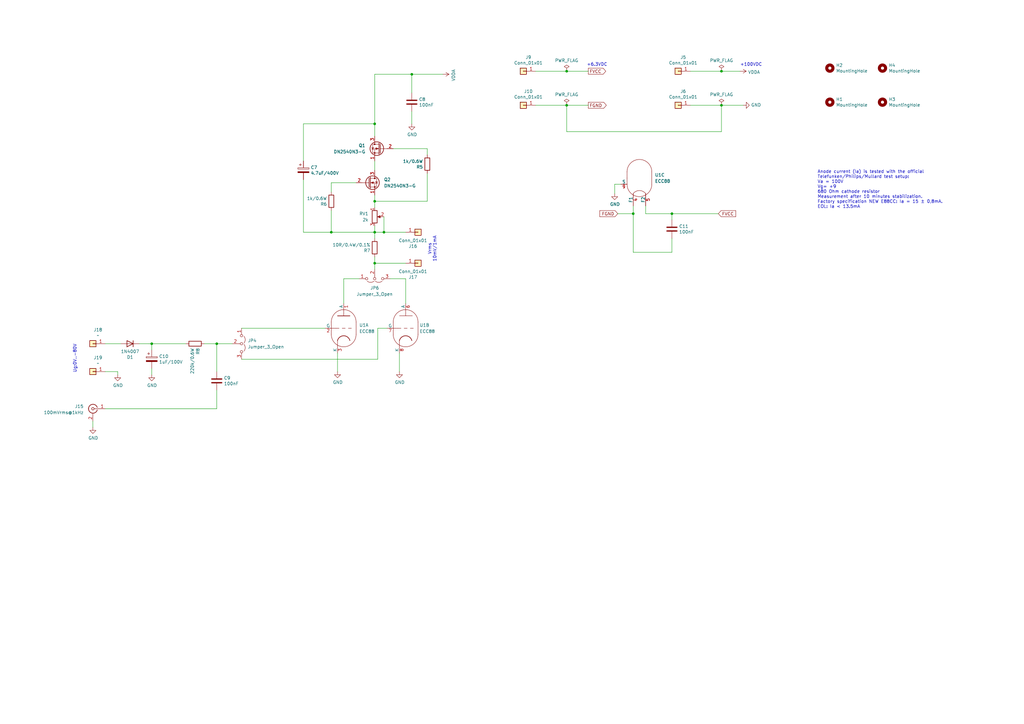
<source format=kicad_sch>
(kicad_sch (version 20231120) (generator "eeschema") (generator_version "8.0")
  (paper "A3")
  (title_block (title "GM Test Setup ECC88/E88CC") (date "2024-08-07") (rev "V1"))
  (lib_symbols
    (symbol "Connector:Conn_Coaxial" (pin_names (offset 1.016) hide)
      (property "Reference" "J" (at 0.254 3.048 0))
      (property "Value" "Conn_Coaxial" (at 2.921 0 90))
      (symbol "Conn_Coaxial_0_1"
        (arc (start -1.778 -0.508) (mid 0.2311 -1.8066) (end 1.778 0) (stroke (width 0.254)))
        (polyline (pts (xy -2.54 0) (xy -0.508 0)))
        (polyline (pts (xy 0 -2.54) (xy 0 -1.778)))
        (circle (center 0 0) (radius 0.508) (stroke (width 0.2032)))
        (arc (start 1.778 0) (mid 0.2099 1.8101) (end -1.778 0.508) (stroke (width 0.254)))
      )
      (symbol "Conn_Coaxial_1_1"
        (pin passive line (at -5.08 0 0) (length 2.54) (name "In") (number "1"))
        (pin passive line (at 0 -5.08 90) (length 2.54) (name "Ext") (number "2"))
      )
    )
    (symbol "Connector_Generic:Conn_01x01" (pin_names (offset 1.016) hide)
      (property "Reference" "J" (at 0 2.54 0))
      (property "Value" "Conn_01x01" (at 0 -2.54 0))
      (symbol "Conn_01x01_1_1"
        (rectangle (start -1.27 0.127) (end 0 -0.127) (stroke (width 0.1524)))
        (rectangle (start -1.27 1.27) (end 1.27 -1.27) (stroke (width 0.254)) (fill (type background)))
        (pin passive line (at -5.08 0 0) (length 3.81) (name "Pin_1") (number "1"))
      )
    )
    (symbol "Device:C" (pin_numbers hide) (pin_names (offset 0.254))
      (property "Reference" "C" (at 0.635 2.54 0))
      (property "Value" "C" (at 0.635 -2.54 0))
      (symbol "C_0_1"
        (polyline (pts (xy -2.032 -0.762) (xy 2.032 -0.762)) (stroke (width 0.508)))
        (polyline (pts (xy -2.032 0.762) (xy 2.032 0.762)) (stroke (width 0.508)))
      )
      (symbol "C_1_1"
        (pin passive line (at 0 3.81 270) (length 2.794) (name "~") (number "1"))
        (pin passive line (at 0 -3.81 90) (length 2.794) (name "~") (number "2"))
      )
    )
    (symbol "Device:C_Polarized" (pin_numbers hide) (pin_names (offset 0.254))
      (property "Reference" "C" (at 0.635 2.54 0))
      (property "Value" "C_Polarized" (at 0.635 -2.54 0))
      (symbol "C_Polarized_0_1"
        (rectangle (start -2.286 0.508) (end 2.286 1.016))
        (polyline (pts (xy -1.778 2.286) (xy -0.762 2.286)))
        (polyline (pts (xy -1.27 2.794) (xy -1.27 1.778)))
        (rectangle (start 2.286 -0.508) (end -2.286 -1.016) (fill (type outline)))
      )
      (symbol "C_Polarized_1_1"
        (pin passive line (at 0 3.81 270) (length 2.794) (name "~") (number "1"))
        (pin passive line (at 0 -3.81 90) (length 2.794) (name "~") (number "2"))
      )
    )
    (symbol "Device:R" (pin_numbers hide) (pin_names (offset 0))
      (property "Reference" "R" (at 2.032 0 90))
      (property "Value" "R" (at 0 0 90))
      (symbol "R_0_1"
        (rectangle (start -1.016 -2.54) (end 1.016 2.54) (stroke (width 0.254)))
      )
      (symbol "R_1_1"
        (pin passive line (at 0 3.81 270) (length 1.27) (name "~") (number "1"))
        (pin passive line (at 0 -3.81 90) (length 1.27) (name "~") (number "2"))
      )
    )
    (symbol "Device:R_Potentiometer" (pin_names (offset 1.016) hide)
      (property "Reference" "RV" (at -4.445 0 90))
      (property "Value" "R_Potentiometer" (at -2.54 0 90))
      (symbol "R_Potentiometer_0_1"
        (polyline (pts (xy 2.54 0) (xy 1.524 0)))
        (polyline (pts (xy 1.143 0) (xy 2.286 0.508) (xy 2.286 -0.508) (xy 1.143 0)) (fill (type outline)))
        (rectangle (start 1.016 2.54) (end -1.016 -2.54) (stroke (width 0.254)))
      )
      (symbol "R_Potentiometer_1_1"
        (pin passive line (at 0 3.81 270) (length 1.27) (name "1") (number "1"))
        (pin passive line (at 3.81 0 180) (length 1.27) (name "2") (number "2"))
        (pin passive line (at 0 -3.81 90) (length 1.27) (name "3") (number "3"))
      )
    )
    (symbol "Diode:1N4007" (pin_numbers hide) (pin_names hide)
      (property "Reference" "D" (at 0 2.54 0))
      (property "Value" "1N4007" (at 0 -2.54 0))
      (symbol "1N4007_0_1"
        (polyline (pts (xy -1.27 1.27) (xy -1.27 -1.27)) (stroke (width 0.254)))
        (polyline (pts (xy 1.27 0) (xy -1.27 0)))
        (polyline (pts (xy 1.27 1.27) (xy 1.27 -1.27) (xy -1.27 0) (xy 1.27 1.27)) (stroke (width 0.254)))
      )
      (symbol "1N4007_1_1"
        (pin passive line (at -3.81 0 0) (length 2.54) (name "K") (number "1"))
        (pin passive line (at 3.81 0 180) (length 2.54) (name "A") (number "2"))
      )
    )
    (symbol "Jumper:Jumper_3_Open" (pin_names (offset 0) hide) (exclude_from_sim yes) (in_bom no)
      (property "Reference" "JP" (at -2.54 -2.54 0))
      (property "Value" "Jumper_3_Open" (at 0 2.794 0))
      (symbol "Jumper_3_Open_0_0"
        (circle (center -3.302 0) (radius 0.508))
        (circle (center 0 0) (radius 0.508))
        (circle (center 3.302 0) (radius 0.508))
      )
      (symbol "Jumper_3_Open_0_1"
        (arc (start -0.254 1.016) (mid -1.651 1.4992) (end -3.048 1.016))
        (polyline (pts (xy 0 -0.508) (xy 0 -1.27)))
        (arc (start 3.048 1.016) (mid 1.651 1.4992) (end 0.254 1.016))
      )
      (symbol "Jumper_3_Open_1_1"
        (pin passive line (at -6.35 0 0) (length 2.54) (name "A") (number "1"))
        (pin passive line (at 0 -3.81 90) (length 2.54) (name "C") (number "2"))
        (pin passive line (at 6.35 0 180) (length 2.54) (name "B") (number "3"))
      )
    )
    (symbol "Mechanical:MountingHole" (pin_names (offset 1.016))
      (property "Reference" "H" (at 0 5.08 0))
      (property "Value" "MountingHole" (at 0 3.175 0))
      (symbol "MountingHole_0_1"
        (circle (center 0 0) (radius 1.27) (stroke (width 1.27)))
      )
    )
    (symbol "Transistor_FET_Other:DN2540N3-G" (pin_names (offset 0) hide)
      (property "Reference" "Q" (at 5.08 1.905 0))
      (property "Value" "DN2540N3-G" (at 5.08 0 0))
      (symbol "DN2540N3-G_0_1"
        (polyline (pts (xy 0.254 0) (xy -2.54 0)))
        (polyline (pts (xy 0.254 1.905) (xy 0.254 -1.905)) (stroke (width 0.254)))
        (polyline (pts (xy 0.762 2.286) (xy 0.762 -2.286)) (stroke (width 0.254)))
        (polyline (pts (xy 2.54 2.54) (xy 2.54 1.778)))
        (polyline (pts (xy 2.54 -2.54) (xy 2.54 0) (xy 0.762 0)))
        (polyline (pts (xy 0.762 -1.778) (xy 3.302 -1.778) (xy 3.302 1.778) (xy 0.762 1.778)))
        (polyline (pts (xy 1.016 0) (xy 2.032 0.381) (xy 2.032 -0.381) (xy 1.016 0)) (fill (type outline)))
        (polyline (pts (xy 2.794 0.508) (xy 2.921 0.381) (xy 3.683 0.381) (xy 3.81 0.254)))
        (polyline (pts (xy 3.302 0.381) (xy 2.921 -0.254) (xy 3.683 -0.254) (xy 3.302 0.381)))
        (circle (center 1.651 0) (radius 2.794) (stroke (width 0.254)))
        (circle (center 2.54 -1.778) (radius 0.254) (fill (type outline)))
        (circle (center 2.54 1.778) (radius 0.254) (fill (type outline)))
      )
      (symbol "DN2540N3-G_1_1"
        (pin passive line (at 2.54 -5.08 90) (length 2.54) (name "S") (number "1"))
        (pin input line (at -5.08 0 0) (length 2.54) (name "G") (number "2"))
        (pin passive line (at 2.54 5.08 270) (length 2.54) (name "D") (number "3"))
      )
    )
    (symbol "kicad-snk:ECC88-Shield" (pin_names (offset 0))
      (property "Reference" "U" (at 4.318 7.112 0))
      (property "Value" "ECC88-Shield" (at 5.08 -7.62 0))
      (symbol "ECC88-Shield_0_1"
        (arc (start -5.08 -2.54) (mid 0 -7.5978) (end 5.08 -2.54))
        (polyline (pts (xy -5.08 0) (xy -5.08 -2.54)))
        (polyline (pts (xy -5.08 2.54) (xy -5.08 0)))
        (polyline (pts (xy 5.08 2.54) (xy 5.08 -2.54)))
        (arc (start 5.08 2.54) (mid 0 7.5978) (end -5.08 2.54))
      )
      (symbol "ECC88-Shield_1_0"
        (polyline (pts (xy -2.54 -5.08) (xy -2.54 -7.62)))
        (polyline (pts (xy 0 5.08) (xy 0 7.62)))
      )
      (symbol "ECC88-Shield_1_1"
        (polyline (pts (xy -5.08 0) (xy -3.175 0)))
        (polyline (pts (xy -1.905 0) (xy -3.175 0)) (stroke (width 0.1524)))
        (polyline (pts (xy -0.635 0) (xy 0.635 0)) (stroke (width 0.1524)))
        (polyline (pts (xy 1.905 0) (xy 3.175 0)) (stroke (width 0.1524)))
        (polyline (pts (xy -2.54 5.08) (xy 2.54 5.08) (xy 2.54 5.08)) (stroke (width 0.254)))
        (arc (start 2.54 -5.08) (mid 0 -3.0968) (end -2.54 -5.08) (stroke (width 0.254)))
        (pin output line (at 0 10.16 270) (length 2.54) (name "A") (number "1"))
        (pin input line (at -7.62 0 0) (length 2.54) (name "G") (number "2"))
        (pin bidirectional line (at -2.54 -10.16 90) (length 2.54) (name "K") (number "3"))
      )
      (symbol "ECC88-Shield_2_0"
        (polyline (pts (xy -5.08 0) (xy -3.175 0)))
        (polyline (pts (xy -2.54 -5.08) (xy -2.54 -7.62)))
        (polyline (pts (xy -1.905 0) (xy -3.175 0)) (stroke (width 0.1524)))
        (polyline (pts (xy -0.635 0) (xy 0.635 0)) (stroke (width 0.1524)))
        (polyline (pts (xy 0 5.08) (xy 0 7.62)))
        (polyline (pts (xy 1.905 0) (xy 3.175 0)) (stroke (width 0.1524)))
        (polyline (pts (xy 2.794 5.08) (xy -2.54 5.08) (xy -2.54 5.08)) (stroke (width 0.1524)))
      )
      (symbol "ECC88-Shield_2_1"
        (arc (start 2.54 -5.08) (mid 0 -3.0968) (end -2.54 -5.08) (stroke (width 0.254)))
        (pin output line (at 0 10.16 270) (length 2.54) (name "A") (number "6"))
        (pin input line (at -7.62 0 0) (length 2.54) (name "G") (number "7"))
        (pin bidirectional line (at -2.54 -10.16 90) (length 2.54) (name "K") (number "8"))
      )
      (symbol "ECC88-Shield_3_1"
        (arc (start 2.54 -6.35) (mid 0 -5.1292) (end -2.54 -6.35))
        (pin power_in line (at -2.54 -11.43 90) (length 5.08) (name "F1") (number "4"))
        (pin power_in line (at 2.54 -11.43 90) (length 5.08) (name "F2") (number "5"))
        (pin passive line (at -7.62 -2.54 0) (length 2.54) (name "S") (number "9"))
      )
    )
    (symbol "power:GND" (power) (pin_names (offset 0))
      (property "Value" "GND" (at 0 -3.81 0))
      (symbol "GND_0_1"
        (polyline (pts (xy 0 0) (xy 0 -1.27) (xy 1.27 -1.27) (xy 0 -2.54) (xy -1.27 -1.27) (xy 0 -1.27)))
      )
      (symbol "GND_1_1"
        (pin power_in line (at 0 0 270) (length 0) hide (name "GND") (number "1"))
      )
    )
    (symbol "power:PWR_FLAG" (power) (pin_numbers hide) (pin_names (offset 0) hide)
      (property "Value" "PWR_FLAG" (at 0 3.81 0))
      (symbol "PWR_FLAG_0_0"
        (pin power_out line (at 0 0 90) (length 0) (name "pwr") (number "1"))
      )
      (symbol "PWR_FLAG_0_1"
        (polyline (pts (xy 0 0) (xy 0 1.27) (xy -1.016 1.905) (xy 0 2.54) (xy 1.016 1.905) (xy 0 1.27)))
      )
    )
    (symbol "power:VDDA" (power) (pin_names (offset 0))
      (property "Value" "VDDA" (at 0 3.81 0))
      (symbol "VDDA_0_1"
        (polyline (pts (xy -0.762 1.27) (xy 0 2.54)))
        (polyline (pts (xy 0 0) (xy 0 2.54)))
        (polyline (pts (xy 0 2.54) (xy 0.762 1.27)))
      )
      (symbol "VDDA_1_1"
        (pin power_in line (at 0 0 90) (length 0) hide (name "VDDA") (number "1"))
      )
    )
  )
  (junction (at 153.67 95.25))
  (junction (at 62.23 140.97))
  (junction (at 259.715 87.63))
  (junction (at 295.91 43.18))
  (junction (at 275.59 87.63))
  (junction (at 232.41 43.18))
  (junction (at 295.91 29.21))
  (junction (at 88.9 140.97))
  (junction (at 153.67 50.8))
  (junction (at 153.67 82.55))
  (junction (at 168.91 30.48))
  (junction (at 232.41 29.21))
  (junction (at 153.67 107.95))
  (junction (at 135.89 95.25))
  (junction (at 157.48 95.25))
  (wire (pts (xy 160.02 114.3) (xy 166.37 114.3)))
  (wire (pts (xy 232.41 53.975) (xy 232.41 43.18)))
  (wire (pts (xy 232.41 53.975) (xy 295.91 53.975)))
  (wire (pts (xy 158.75 134.62) (xy 154.94 134.62)))
  (wire (pts (xy 124.46 50.8) (xy 124.46 66.04)))
  (wire (pts (xy 153.67 80.01) (xy 153.67 82.55)))
  (wire (pts (xy 153.67 50.8) (xy 153.67 30.48)))
  (wire (pts (xy 153.67 66.04) (xy 153.67 69.85)))
  (wire (pts (xy 153.67 107.95) (xy 153.67 110.49)))
  (wire (pts (xy 168.91 38.1) (xy 168.91 30.48)))
  (wire (pts (xy 153.67 82.55) (xy 175.26 82.55)))
  (wire (pts (xy 252.095 79.375) (xy 252.095 75.565)))
  (wire (pts (xy 275.59 97.79) (xy 275.59 103.505)))
  (wire (pts (xy 48.26 152.4) (xy 48.26 153.67)))
  (wire (pts (xy 99.06 134.62) (xy 133.35 134.62)))
  (wire (pts (xy 138.43 144.78) (xy 138.43 152.4)))
  (wire (pts (xy 168.91 30.48) (xy 181.61 30.48)))
  (wire (pts (xy -133.35 114.3) (xy -116.84 114.3)))
  (wire (pts (xy 43.18 140.97) (xy 49.53 140.97)))
  (wire (pts (xy 275.59 87.63) (xy 294.64 87.63)))
  (wire (pts (xy 135.89 95.25) (xy 135.89 86.36)))
  (wire (pts (xy 219.71 43.18) (xy 232.41 43.18)))
  (wire (pts (xy 38.1 172.72) (xy 38.1 175.26)))
  (wire (pts (xy 259.715 87.63) (xy 259.715 103.505)))
  (wire (pts (xy 295.91 29.21) (xy 283.21 29.21)))
  (wire (pts (xy 83.82 140.97) (xy 88.9 140.97)))
  (wire (pts (xy 140.97 114.3) (xy 140.97 124.46)))
  (wire (pts (xy 303.53 29.21) (xy 295.91 29.21)))
  (wire (pts (xy 57.15 140.97) (xy 62.23 140.97)))
  (wire (pts (xy 275.59 87.63) (xy 275.59 90.17)))
  (wire (pts (xy 252.095 75.565) (xy 254.635 75.565)))
  (wire (pts (xy 153.67 55.88) (xy 153.67 50.8)))
  (wire (pts (xy 153.67 30.48) (xy 168.91 30.48)))
  (wire (pts (xy 88.9 140.97) (xy 88.9 152.4)))
  (wire (pts (xy 264.795 87.63) (xy 264.795 84.455)))
  (wire (pts (xy 62.23 140.97) (xy 62.23 143.51)))
  (wire (pts (xy 135.89 74.93) (xy 146.05 74.93)))
  (wire (pts (xy 153.67 105.41) (xy 153.67 107.95)))
  (wire (pts (xy 157.48 95.25) (xy 166.37 95.25)))
  (wire (pts (xy 153.67 92.71) (xy 153.67 95.25)))
  (wire (pts (xy -111.76 124.46) (xy -111.76 147.32)))
  (wire (pts (xy 153.67 95.25) (xy 157.48 95.25)))
  (wire (pts (xy 283.21 43.18) (xy 295.91 43.18)))
  (wire (pts (xy 232.41 29.21) (xy 241.3 29.21)))
  (wire (pts (xy 62.23 151.13) (xy 62.23 153.67)))
  (wire (pts (xy 163.83 144.78) (xy 163.83 152.4)))
  (wire (pts (xy 295.91 43.18) (xy 304.8 43.18)))
  (wire (pts (xy 175.26 82.55) (xy 175.26 71.12)))
  (wire (pts (xy 124.46 95.25) (xy 124.46 73.66)))
  (wire (pts (xy 88.9 140.97) (xy 95.25 140.97)))
  (wire (pts (xy 259.715 103.505) (xy 275.59 103.505)))
  (wire (pts (xy 264.795 87.63) (xy 275.59 87.63)))
  (wire (pts (xy 168.91 50.8) (xy 168.91 45.72)))
  (wire (pts (xy 48.26 152.4) (xy 43.18 152.4)))
  (wire (pts (xy 232.41 29.21) (xy 219.71 29.21)))
  (wire (pts (xy 135.89 95.25) (xy 124.46 95.25)))
  (wire (pts (xy 232.41 43.18) (xy 241.3 43.18)))
  (wire (pts (xy 259.715 87.63) (xy 259.715 84.455)))
  (wire (pts (xy 161.29 60.96) (xy 175.26 60.96)))
  (wire (pts (xy 295.91 53.975) (xy 295.91 43.18)))
  (wire (pts (xy 99.06 147.32) (xy 154.94 147.32)))
  (wire (pts (xy 76.2 140.97) (xy 62.23 140.97)))
  (wire (pts (xy 88.9 167.64) (xy 88.9 160.02)))
  (wire (pts (xy 147.32 114.3) (xy 140.97 114.3)))
  (wire (pts (xy 166.37 114.3) (xy 166.37 124.46)))
  (wire (pts (xy 135.89 78.74) (xy 135.89 74.93)))
  (wire (pts (xy 153.67 107.95) (xy 166.37 107.95)))
  (wire (pts (xy 253.365 87.63) (xy 259.715 87.63)))
  (wire (pts (xy 154.94 147.32) (xy 154.94 134.62)))
  (wire (pts (xy 175.26 60.96) (xy 175.26 63.5)))
  (wire (pts (xy 153.67 95.25) (xy 153.67 97.79)))
  (wire (pts (xy -109.22 98.425) (xy -109.22 104.14)))
  (wire (pts (xy 43.18 167.64) (xy 88.9 167.64)))
  (wire (pts (xy 157.48 88.9) (xy 157.48 95.25)))
  (wire (pts (xy 153.67 95.25) (xy 135.89 95.25)))
  (wire (pts (xy 153.67 50.8) (xy 124.46 50.8)))
  (wire (pts (xy 153.67 82.55) (xy 153.67 85.09)))
  (text "+6.3VDC" (at 240.665 27.305 0) (effects (font (size 1.27 1.27)) (justify left bottom)))
  (text "Anode current (Ia) is tested with the official\nTelefunken/Philips/Mullard test setup: \nVa = 100V\nVg= +9\n680 Ohm cathode resistor\nMeasurement after 10 minutes stabilization. \nFactory specification NEW E88CC: Ia = 15 ± 0,8mA.\nEOL: Ia < 13.5mA\n\n" (at 335.28 87.63 0) (effects (font (size 1.27 1.27)) (justify left bottom)))
  (text "+100VDC" (at 303.53 27.305 0) (effects (font (size 1.27 1.27)) (justify left bottom)))
  (text "Vrms\n10mV/1mA" (at 177.292 102.108 90) (effects (font (size 1.27 1.27))))
  (text "Ug:0V..-80V" (at 30.734 147.066 90) (effects (font (size 1.27 1.27))))
  (global_label "FGND" (shape output) (at 241.3 43.18 0) (property "Intersheetrefs" "${INTERSHEET_REFS}" (effects (hide yes))))
  (global_label "FVCC" (shape output) (at 241.3 29.21 0) (property "Intersheetrefs" "${INTERSHEET_REFS}" (effects (hide yes))))
  (global_label "FGND" (shape input) (at 253.365 87.63 180) (property "Intersheetrefs" "${INTERSHEET_REFS}" (effects (hide yes))))
  (global_label "FVCC" (shape input) (at 294.64 87.63 0) (property "Intersheetrefs" "${INTERSHEET_REFS}" (effects (hide yes))))
  (symbol (lib_id "Connector_Generic:Conn_01x01") (at 278.13 29.21 180) (unit 1)
    (property "Reference" "J5" (at 280.2128 23.495 0))
    (property "Value" "Conn_01x01" (at 280.2128 25.8064 0))
    (property "Footprint" "Connector_Pin:Pin_D1.3mm_L11.0mm" (effects (hide yes)))
  )
  (symbol (lib_id "Connector_Generic:Conn_01x01") (at 278.13 43.18 180) (unit 1)
    (property "Reference" "J6" (at 280.2128 37.465 0))
    (property "Value" "Conn_01x01" (at 280.2128 39.7764 0))
    (property "Footprint" "Connector_Pin:Pin_D1.3mm_L11.0mm" (effects (hide yes)))
  )
  (symbol (lib_id "Mechanical:MountingHole") (at 340.36 27.94 0) (unit 1)
    (property "Reference" "H2" (at 342.9 26.7716 0) (effects (justify left)))
    (property "Value" "MountingHole" (at 342.9 29.083 0) (effects (justify left)))
    (property "Footprint" "MountingHole:MountingHole_3.2mm_M3_Pad_Via" (effects (hide yes)))
  )
  (symbol (lib_id "Mechanical:MountingHole") (at 361.95 27.94 0) (unit 1)
    (property "Reference" "H4" (at 364.49 26.7716 0) (effects (justify left)))
    (property "Value" "MountingHole" (at 364.49 29.083 0) (effects (justify left)))
    (property "Footprint" "MountingHole:MountingHole_3.2mm_M3_Pad_Via" (effects (hide yes)))
  )
  (symbol (lib_id "Mechanical:MountingHole") (at 340.36 41.91 0) (unit 1)
    (property "Reference" "H1" (at 342.9 40.7416 0) (effects (justify left)))
    (property "Value" "MountingHole" (at 342.9 43.053 0) (effects (justify left)))
    (property "Footprint" "MountingHole:MountingHole_3.2mm_M3_Pad_Via" (effects (hide yes)))
  )
  (symbol (lib_id "Mechanical:MountingHole") (at 361.95 41.91 0) (unit 1)
    (property "Reference" "H3" (at 364.49 40.7416 0) (effects (justify left)))
    (property "Value" "MountingHole" (at 364.49 43.053 0) (effects (justify left)))
    (property "Footprint" "MountingHole:MountingHole_3.2mm_M3_Pad_Via" (effects (hide yes)))
  )
  (symbol (lib_id "power:PWR_FLAG") (at 295.91 29.21 0) (unit 1)
    (property "Reference" "#FLG04" (effects (hide yes)))
    (property "Value" "PWR_FLAG" (at 295.91 24.8158 0))
  )
  (symbol (lib_id "power:GND") (at 304.8 43.18 90) (unit 1)
    (property "Reference" "#PWR05" (effects (hide yes)))
    (property "Value" "GND" (at 308.0512 43.053 90) (effects (justify right)))
  )
  (symbol (lib_id "power:PWR_FLAG") (at 295.91 43.18 0) (unit 1)
    (property "Reference" "#FLG03" (effects (hide yes)))
    (property "Value" "PWR_FLAG" (at 295.91 38.7858 0))
  )
  (symbol (lib_id "power:VDDA") (at 303.53 29.21 270) (unit 1)
    (property "Reference" "#PWR07" (effects (hide yes)))
    (property "Value" "VDDA" (at 306.7812 29.591 90) (effects (justify left)))
  )
  (symbol (lib_id "Connector_Generic:Conn_01x01") (at 214.63 29.21 180) (unit 1)
    (property "Reference" "J9" (at 216.7128 23.495 0))
    (property "Value" "Conn_01x01" (at 216.7128 25.8064 0))
    (property "Footprint" "Connector_Pin:Pin_D1.3mm_L11.0mm" (effects (hide yes)))
  )
  (symbol (lib_id "Connector_Generic:Conn_01x01") (at 214.63 43.18 180) (unit 1)
    (property "Reference" "J10" (at 216.7128 37.465 0))
    (property "Value" "Conn_01x01" (at 216.7128 39.7764 0))
    (property "Footprint" "Connector_Pin:Pin_D1.3mm_L11.0mm" (effects (hide yes)))
  )
  (symbol (lib_id "power:PWR_FLAG") (at 232.41 29.21 0) (unit 1)
    (property "Reference" "#FLG01" (effects (hide yes)))
    (property "Value" "PWR_FLAG" (at 232.41 24.8158 0))
  )
  (symbol (lib_id "power:PWR_FLAG") (at 232.41 43.18 0) (unit 1)
    (property "Reference" "#FLG02" (effects (hide yes)))
    (property "Value" "PWR_FLAG" (at 232.41 38.7858 0))
  )
  (symbol (lib_id "Device:C") (at 275.59 93.98 0) (unit 1)
    (property "Reference" "C11" (at 278.511 92.8116 0) (effects (justify left)))
    (property "Value" "100nF" (at 278.511 95.123 0) (effects (justify left)))
    (property "Footprint" "Capacitor_THT:C_Rect_L7.2mm_W2.5mm_P5.00mm_FKS2_FKP2_MKS2_MKP2" (effects (hide yes)))
  )
  (symbol (lib_id "Device:C_Polarized") (at 124.46 69.85 0) (unit 1)
    (property "Reference" "C7" (at 127.4572 68.6816 0) (effects (justify left)))
    (property "Value" "4.7uF/400V" (at 127.4572 70.993 0) (effects (justify left)))
    (property "Footprint" "Capacitor_THT:CP_Radial_D10.0mm_P5.00mm" (effects (hide yes)))
  )
  (symbol (lib_id "kicad-snk:ECC88-Shield") (at 140.97 134.62 0) (unit 1)
    (property "Reference" "U1" (at 147.32 133.3499 0) (effects (justify left)))
    (property "Value" "ECC88" (at 147.32 135.8899 0) (effects (justify left)))
    (property "Footprint" "w_vacuum:socket_gzc9-b" (effects (hide yes)))
    (property "Datasheet" "http://www.r-type.org/pdfs/ecc88.pdf" (effects (hide yes)))
  )
  (symbol (lib_id "power:GND") (at 163.83 152.4 0) (unit 1)
    (property "Reference" "#PWR02" (effects (hide yes)))
    (property "Value" "GND" (at 163.957 156.7942 0))
  )
  (symbol (lib_id "power:GND") (at 252.095 79.375 0) (unit 1)
    (property "Reference" "#PWR0109" (effects (hide yes)))
    (property "Value" "GND" (at 252.222 83.7692 0))
  )
  (symbol (lib_id "Connector_Generic:Conn_01x01") (at 171.45 95.25 0) (unit 1)
    (property "Reference" "J16" (at 169.3672 100.965 0))
    (property "Value" "Conn_01x01" (at 169.3672 98.6536 0))
    (property "Footprint" "Connector_Pin:Pin_D1.0mm_L10.0mm" (effects (hide yes)))
  )
  (symbol (lib_id "kicad-snk:ECC88-Shield") (at 166.37 134.62 0) (unit 2)
    (property "Reference" "U1" (at 172.085 133.3499 0) (effects (justify left)))
    (property "Value" "ECC88" (at 172.085 135.8899 0) (effects (justify left)))
    (property "Footprint" "w_vacuum:socket_gzc9-b" (effects (hide yes)))
    (property "Datasheet" "http://www.r-type.org/pdfs/ecc88.pdf" (effects (hide yes)))
  )
  (symbol (lib_id "Device:R") (at 135.89 82.55 180) (unit 1)
    (property "Reference" "R6" (at 134.112 83.7184 0) (effects (justify left)))
    (property "Value" "1k/0.6W" (at 134.112 81.407 0) (effects (justify left)))
    (property "Footprint" "Resistor_THT:R_Axial_DIN0207_L6.3mm_D2.5mm_P10.16mm_Horizontal" (effects (hide yes)))
  )
  (symbol (lib_id "Connector_Generic:Conn_01x01") (at 38.1 152.4 180) (unit 1)
    (property "Reference" "J19" (at 40.1828 146.685 0))
    (property "Value" "~" (at 40.1828 148.9964 0))
    (property "Footprint" "Connector_Pin:Pin_D1.0mm_L10.0mm" (effects (hide yes)))
  )
  (symbol (lib_id "Connector:Conn_Coaxial") (at 38.1 167.64 0) (mirror y) (unit 1)
    (property "Reference" "J15" (at 34.29 166.6631 0) (effects (justify left)))
    (property "Value" "100mVrms@1kHz" (at 34.29 169.2031 0) (effects (justify left)))
    (property "Footprint" "kicad-snk:RCA-Phono_CUI-Devices_RCJ-02X_Vertical" (effects (hide yes)))
    (property "Description" "coaxial connector (BNC, SMA, SMB, SMC, Cinch/RCA, LEMO, ...)" (effects (hide yes)))
  )
  (symbol (lib_id "power:GND") (at 38.1 175.26 0) (unit 1)
    (property "Reference" "#PWR014" (effects (hide yes)))
    (property "Value" "GND" (at 38.227 179.6542 0))
  )
  (symbol (lib_id "Transistor_FET_Other:DN2540N3-G") (at 151.13 74.93 0) (unit 1)
    (property "Reference" "Q2" (at 157.48 73.6599 0) (effects (justify left)))
    (property "Value" "DN2540N3-G" (at 157.48 76.1999 0) (effects (justify left)))
    (property "Footprint" "Package_TO_SOT_THT:TO-92_Inline" (effects (hide yes)))
    (property "Datasheet" "https://ww1.microchip.com/downloads/en/DeviceDoc/DN2540%20B060313.pdf" (effects (hide yes)))
    (property "Description" "150mA Ids, 400 Vds, Depletion-mode N-channel MOSFET, TO-92" (effects (hide yes)))
  )
  (symbol (lib_id "power:VDDA") (at 181.61 30.48 270) (unit 1)
    (property "Reference" "#PWR010" (effects (hide yes)))
    (property "Value" "VDDA" (at 186.0042 30.861 0))
  )
  (symbol (lib_id "Device:C") (at 168.91 41.91 0) (unit 1)
    (property "Reference" "C8" (at 171.831 40.7416 0) (effects (justify left)))
    (property "Value" "100nF" (at 171.831 43.053 0) (effects (justify left)))
    (property "Footprint" "Capacitor_THT:C_Rect_L16.5mm_W5.0mm_P15.00mm_MKT" (effects (hide yes)))
  )
  (symbol (lib_id "kicad-snk:ECC88-Shield") (at 262.255 73.025 0) (unit 3)
    (property "Reference" "U1" (at 268.605 71.7549 0) (effects (justify left)))
    (property "Value" "ECC88" (at 268.605 74.2949 0) (effects (justify left)))
    (property "Footprint" "w_vacuum:socket_gzc9-b" (effects (hide yes)))
    (property "Datasheet" "http://www.r-type.org/pdfs/ecc88.pdf" (effects (hide yes)))
  )
  (symbol (lib_id "Connector_Generic:Conn_01x01") (at 38.1 140.97 180) (unit 1)
    (property "Reference" "J18" (at 40.1828 135.255 0))
    (property "Value" "~" (at 40.1828 137.5664 0))
    (property "Footprint" "Connector_Pin:Pin_D1.0mm_L10.0mm" (effects (hide yes)))
  )
  (symbol (lib_id "Jumper:Jumper_3_Open") (at 99.06 140.97 270) (unit 1) (exclude_from_sim yes) (in_bom no)
    (property "Reference" "JP4" (at 101.6 139.6999 90) (effects (justify left)))
    (property "Value" "Jumper_3_Open" (at 101.6 142.2399 90) (effects (justify left)))
    (property "Footprint" "Connector_PinHeader_2.54mm:PinHeader_1x03_P2.54mm_Vertical" (effects (hide yes)))
    (property "Description" "Jumper, 3-pole, both open" (effects (hide yes)))
  )
  (symbol (lib_id "Device:R") (at 175.26 67.31 180) (unit 1)
    (property "Reference" "R5" (at 173.482 68.4784 0) (effects (justify left)))
    (property "Value" "1k/0.6W" (at 173.482 66.167 0) (effects (justify left)))
    (property "Footprint" "Resistor_THT:R_Axial_DIN0207_L6.3mm_D2.5mm_P10.16mm_Horizontal" (effects (hide yes)))
  )
  (symbol (lib_id "Transistor_FET_Other:DN2540N3-G") (at 156.21 60.96 0) (mirror y) (unit 1)
    (property "Reference" "Q1" (at 149.86 59.6899 0) (effects (justify left)))
    (property "Value" "DN2540N3-G" (at 149.86 62.2299 0) (effects (justify left)))
    (property "Footprint" "Package_TO_SOT_THT:TO-92_Inline" (effects (hide yes)))
    (property "Datasheet" "https://ww1.microchip.com/downloads/en/DeviceDoc/DN2540%20B060313.pdf" (effects (hide yes)))
    (property "Description" "150mA Ids, 400 Vds, Depletion-mode N-channel MOSFET, TO-92" (effects (hide yes)))
  )
  (symbol (lib_id "power:GND") (at 138.43 152.4 0) (unit 1)
    (property "Reference" "#PWR01" (effects (hide yes)))
    (property "Value" "GND" (at 138.557 156.7942 0))
  )
  (symbol (lib_id "Device:R") (at 153.67 101.6 180) (unit 1)
    (property "Reference" "R7" (at 151.892 102.7684 0) (effects (justify left)))
    (property "Value" "10R/0.4W/0.1%" (at 151.892 100.457 0) (effects (justify left)))
    (property "Footprint" "Resistor_THT:R_Axial_DIN0207_L6.3mm_D2.5mm_P10.16mm_Horizontal" (effects (hide yes)))
  )
  (symbol (lib_id "Device:C") (at 88.9 156.21 0) (unit 1)
    (property "Reference" "C9" (at 91.821 155.0416 0) (effects (justify left)))
    (property "Value" "100nF" (at 91.821 157.353 0) (effects (justify left)))
    (property "Footprint" "Capacitor_THT:C_Rect_L7.2mm_W2.5mm_P5.00mm_FKS2_FKP2_MKS2_MKP2" (effects (hide yes)))
  )
  (symbol (lib_id "Device:R_Potentiometer") (at 153.67 88.9 0) (unit 1)
    (property "Reference" "RV1" (at 151.13 87.6299 0) (effects (justify right)))
    (property "Value" "2k" (at 151.13 90.1699 0) (effects (justify right)))
    (property "Footprint" "Potentiometer_THT:Potentiometer_Bourns_3296W_Vertical" (effects (hide yes)))
    (property "Description" "Potentiometer" (effects (hide yes)))
  )
  (symbol (lib_id "Device:R") (at 80.01 140.97 270) (unit 1)
    (property "Reference" "R8" (at 81.1784 142.748 0) (effects (justify left)))
    (property "Value" "220k/0.6W" (at 78.867 142.748 0) (effects (justify left)))
    (property "Footprint" "Resistor_THT:R_Axial_DIN0207_L6.3mm_D2.5mm_P10.16mm_Horizontal" (effects (hide yes)))
  )
  (symbol (lib_id "Jumper:Jumper_3_Open") (at 153.67 114.3 0) (mirror x) (unit 1) (exclude_from_sim yes) (in_bom no)
    (property "Reference" "JP6" (at 153.67 118.11 0))
    (property "Value" "Jumper_3_Open" (at 153.67 120.65 0))
    (property "Footprint" "Connector_PinHeader_2.54mm:PinHeader_1x03_P2.54mm_Vertical" (effects (hide yes)))
    (property "Description" "Jumper, 3-pole, both open" (effects (hide yes)))
  )
  (symbol (lib_id "Device:C_Polarized") (at 62.23 147.32 0) (unit 1)
    (property "Reference" "C10" (at 65.2272 146.1516 0) (effects (justify left)))
    (property "Value" "1uF/100V" (at 65.2272 148.463 0) (effects (justify left)))
    (property "Footprint" "Capacitor_THT:CP_Radial_D5.0mm_P2.00mm" (effects (hide yes)))
  )
  (symbol (lib_id "Connector_Generic:Conn_01x01") (at 171.45 107.95 0) (unit 1)
    (property "Reference" "J17" (at 169.3672 113.665 0))
    (property "Value" "Conn_01x01" (at 169.3672 111.3536 0))
    (property "Footprint" "Connector_Pin:Pin_D1.0mm_L10.0mm" (effects (hide yes)))
  )
  (symbol (lib_id "Diode:1N4007") (at 53.34 140.97 180) (unit 1)
    (property "Reference" "D1" (at 53.34 146.4818 0))
    (property "Value" "1N4007" (at 53.34 144.1704 0))
    (property "Footprint" "Diode_THT:D_DO-41_SOD81_P10.16mm_Horizontal" (effects (hide yes)))
    (property "Datasheet" "http://www.vishay.com/docs/88503/1n4001.pdf" (effects (hide yes)))
    (property "Description" "1000V 1A General Purpose Rectifier Diode, DO-41" (effects (hide yes)))
    (property "Sim.Device" "D" (effects (hide yes)))
    (property "Sim.Pins" "1=K 2=A" (effects (hide yes)))
  )
  (symbol (lib_id "power:GND") (at 168.91 50.8 0) (unit 1)
    (property "Reference" "#PWR09" (effects (hide yes)))
    (property "Value" "GND" (at 169.037 55.1942 0))
  )
  (symbol (lib_id "power:GND") (at 62.23 153.67 0) (unit 1)
    (property "Reference" "#PWR012" (effects (hide yes)))
    (property "Value" "GND" (at 62.357 158.0642 0))
  )
  (symbol (lib_id "power:GND") (at 48.26 153.67 0) (unit 1)
    (property "Reference" "#PWR015" (effects (hide yes)))
    (property "Value" "GND" (at 48.387 158.0642 0))
  )
)
</source>
